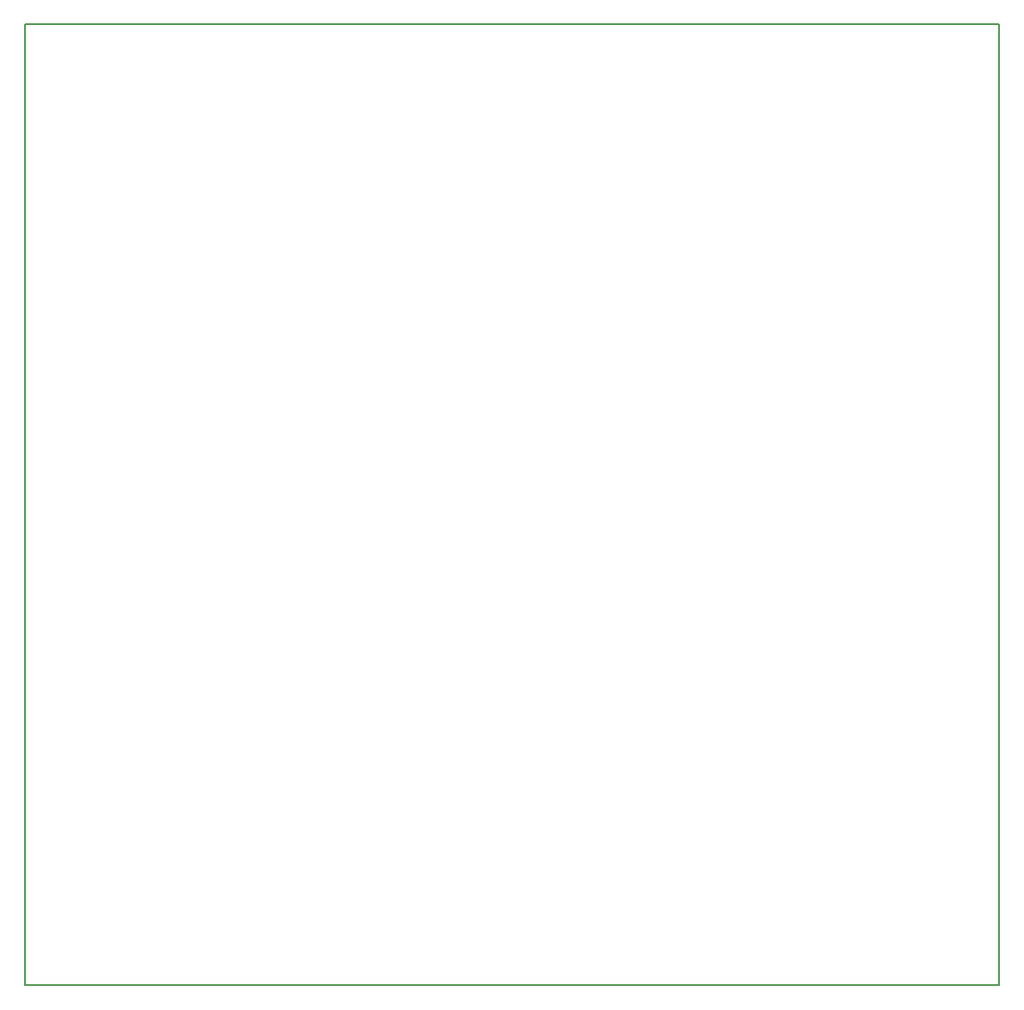
<source format=gbr>
G04 #@! TF.GenerationSoftware,KiCad,Pcbnew,(5.1.2)-1*
G04 #@! TF.CreationDate,2020-01-23T21:38:11-06:00*
G04 #@! TF.ProjectId,8266-dev,38323636-2d64-4657-962e-6b696361645f,rev?*
G04 #@! TF.SameCoordinates,Original*
G04 #@! TF.FileFunction,Profile,NP*
%FSLAX46Y46*%
G04 Gerber Fmt 4.6, Leading zero omitted, Abs format (unit mm)*
G04 Created by KiCad (PCBNEW (5.1.2)-1) date 2020-01-23 21:38:11*
%MOMM*%
%LPD*%
G04 APERTURE LIST*
%ADD10C,0.150000*%
G04 APERTURE END LIST*
D10*
X83820000Y-140970000D02*
X83820000Y-43180000D01*
X182880000Y-140970000D02*
X83820000Y-140970000D01*
X182880000Y-43180000D02*
X182880000Y-140970000D01*
X83820000Y-43180000D02*
X182880000Y-43180000D01*
M02*

</source>
